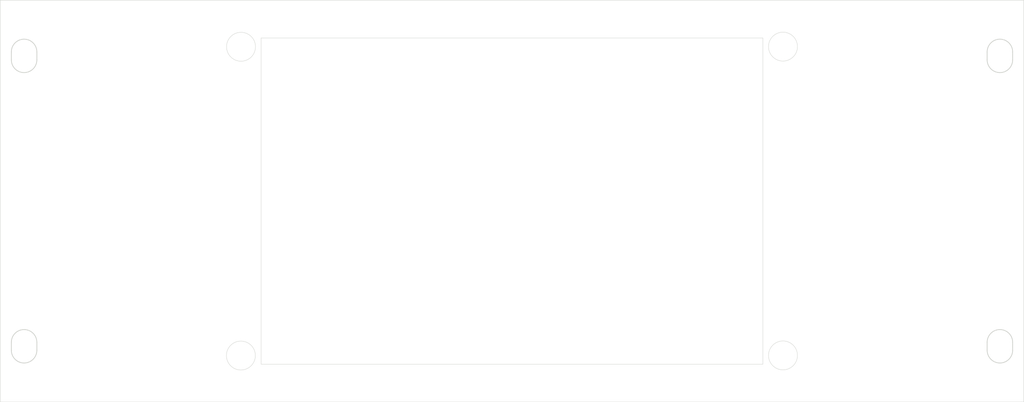
<source format=kicad_pcb>
(kicad_pcb
	(version 20240108)
	(generator "pcbnew")
	(generator_version "8.0")
	(general
		(thickness 1.6)
		(legacy_teardrops no)
	)
	(paper "A4")
	(layers
		(0 "F.Cu" signal)
		(31 "B.Cu" signal)
		(32 "B.Adhes" user "B.Adhesive")
		(33 "F.Adhes" user "F.Adhesive")
		(34 "B.Paste" user)
		(35 "F.Paste" user)
		(36 "B.SilkS" user "B.Silkscreen")
		(37 "F.SilkS" user "F.Silkscreen")
		(38 "B.Mask" user)
		(39 "F.Mask" user)
		(40 "Dwgs.User" user "User.Drawings")
		(41 "Cmts.User" user "User.Comments")
		(42 "Eco1.User" user "User.Eco1")
		(43 "Eco2.User" user "User.Eco2")
		(44 "Edge.Cuts" user)
		(45 "Margin" user)
		(46 "B.CrtYd" user "B.Courtyard")
		(47 "F.CrtYd" user "F.Courtyard")
		(48 "B.Fab" user)
		(49 "F.Fab" user)
		(50 "User.1" user)
		(51 "User.2" user)
		(52 "User.3" user)
		(53 "User.4" user)
		(54 "User.5" user)
		(55 "User.6" user)
		(56 "User.7" user)
		(57 "User.8" user)
		(58 "User.9" user)
	)
	(setup
		(pad_to_mask_clearance 0)
		(allow_soldermask_bridges_in_footprints no)
		(aux_axis_origin 50 150.5)
		(grid_origin 50 150.5)
		(pcbplotparams
			(layerselection 0x00010fc_ffffffff)
			(plot_on_all_layers_selection 0x0000000_00000000)
			(disableapertmacros no)
			(usegerberextensions no)
			(usegerberattributes yes)
			(usegerberadvancedattributes yes)
			(creategerberjobfile yes)
			(dashed_line_dash_ratio 12.000000)
			(dashed_line_gap_ratio 3.000000)
			(svgprecision 4)
			(plotframeref no)
			(viasonmask no)
			(mode 1)
			(useauxorigin no)
			(hpglpennumber 1)
			(hpglpenspeed 20)
			(hpglpendiameter 15.000000)
			(pdf_front_fp_property_popups yes)
			(pdf_back_fp_property_popups yes)
			(dxfpolygonmode yes)
			(dxfimperialunits yes)
			(dxfusepcbnewfont yes)
			(psnegative no)
			(psa4output no)
			(plotreference yes)
			(plotvalue yes)
			(plotfptext yes)
			(plotinvisibletext no)
			(sketchpadsonfab no)
			(subtractmaskfromsilk no)
			(outputformat 1)
			(mirror no)
			(drillshape 1)
			(scaleselection 1)
			(outputdirectory "")
		)
	)
	(net 0 "")
	(gr_line
		(start 173.9 144)
		(end 173.9 143)
		(stroke
			(width 0.1)
			(type default)
		)
		(layer "Edge.Cuts")
		(uuid "069b5893-e091-44b5-81f0-526d9e6d1926")
	)
	(gr_arc
		(start 51.4 106.5)
		(mid 53 104.9)
		(end 54.6 106.5)
		(stroke
			(width 0.1)
			(type default)
		)
		(layer "Edge.Cuts")
		(uuid "0a58aa1c-f1bf-4433-87dd-ba3ecaf08487")
	)
	(gr_line
		(start 177.1 143)
		(end 177.1 144)
		(stroke
			(width 0.1)
			(type default)
		)
		(layer "Edge.Cuts")
		(uuid "22b0cfdb-f1f5-48f4-bbc7-c1c9a6da0f7a")
	)
	(gr_line
		(start 54.6 143)
		(end 54.6 144)
		(stroke
			(width 0.1)
			(type default)
		)
		(layer "Edge.Cuts")
		(uuid "23a5f43b-3cfa-4758-8435-52799b86ec4f")
	)
	(gr_rect
		(start 50 100)
		(end 178.5 150.5)
		(stroke
			(width 0.05)
			(type default)
		)
		(fill none)
		(layer "Edge.Cuts")
		(uuid "3e9a4455-11bb-48e3-843f-fa2ac11d33cd")
	)
	(gr_arc
		(start 54.6 144)
		(mid 53 145.6)
		(end 51.4 144)
		(stroke
			(width 0.1)
			(type default)
		)
		(layer "Edge.Cuts")
		(uuid "4f906de7-4b29-4ecc-b1dc-693b7b52924d")
	)
	(gr_arc
		(start 177.1 107.5)
		(mid 175.5 109.1)
		(end 173.9 107.5)
		(stroke
			(width 0.1)
			(type default)
		)
		(layer "Edge.Cuts")
		(uuid "56e5076b-e313-4c8f-8207-0ae81c27588f")
	)
	(gr_rect
		(start 82.75 104.75)
		(end 145.75 145.75)
		(stroke
			(width 0.05)
			(type default)
		)
		(fill none)
		(layer "Edge.Cuts")
		(uuid "5d8720ad-55aa-40a0-8e6e-a758c8f45dda")
	)
	(gr_circle
		(center 148.267664 105.83525)
		(end 149.6 104.6)
		(stroke
			(width 0.05)
			(type default)
		)
		(fill none)
		(layer "Edge.Cuts")
		(uuid "620cb1d5-371b-45fa-8989-310915240fd6")
	)
	(gr_circle
		(center 148.267664 144.647896)
		(end 149.6 143.412646)
		(stroke
			(width 0.05)
			(type default)
		)
		(fill none)
		(layer "Edge.Cuts")
		(uuid "6cbd8320-f87d-4851-850b-fdc164652962")
	)
	(gr_line
		(start 51.4 144)
		(end 51.4 143)
		(stroke
			(width 0.1)
			(type default)
		)
		(layer "Edge.Cuts")
		(uuid "7edff6b3-07fa-4ddf-a036-a52300be1740")
	)
	(gr_line
		(start 54.6 106.5)
		(end 54.6 107.5)
		(stroke
			(width 0.1)
			(type default)
		)
		(layer "Edge.Cuts")
		(uuid "9044efc9-c35f-4f2a-b92b-3762f739ff82")
	)
	(gr_circle
		(center 80.215482 144.66475)
		(end 81.547818 143.4295)
		(stroke
			(width 0.05)
			(type default)
		)
		(fill none)
		(layer "Edge.Cuts")
		(uuid "9887b48b-1047-4106-b475-bdd6f545f280")
	)
	(gr_arc
		(start 177.1 144)
		(mid 175.5 145.6)
		(end 173.9 144)
		(stroke
			(width 0.1)
			(type default)
		)
		(layer "Edge.Cuts")
		(uuid "a4bcc953-dfaf-4448-bacf-51c865a4d1c1")
	)
	(gr_line
		(start 177.1 106.5)
		(end 177.1 107.5)
		(stroke
			(width 0.1)
			(type default)
		)
		(layer "Edge.Cuts")
		(uuid "d2026551-1445-4532-a2ae-1be15be87fbd")
	)
	(gr_arc
		(start 173.9 143)
		(mid 175.5 141.4)
		(end 177.1 143)
		(stroke
			(width 0.1)
			(type default)
		)
		(layer "Edge.Cuts")
		(uuid "d3d67539-678c-4e3c-9ae0-430319877982")
	)
	(gr_arc
		(start 54.6 107.5)
		(mid 53 109.1)
		(end 51.4 107.5)
		(stroke
			(width 0.1)
			(type default)
		)
		(layer "Edge.Cuts")
		(uuid "dec66670-f86c-492c-81fa-c55926d355b2")
	)
	(gr_line
		(start 51.4 107.5)
		(end 51.4 106.5)
		(stroke
			(width 0.1)
			(type default)
		)
		(layer "Edge.Cuts")
		(uuid "df7ac046-38a1-45c0-b5c4-95a7d7267a98")
	)
	(gr_line
		(start 173.9 107.5)
		(end 173.9 106.5)
		(stroke
			(width 0.1)
			(type default)
		)
		(layer "Edge.Cuts")
		(uuid "e1ad1230-e540-481c-a634-14e4c4ed25f4")
	)
	(gr_arc
		(start 173.9 106.5)
		(mid 175.5 104.9)
		(end 177.1 106.5)
		(stroke
			(width 0.1)
			(type default)
		)
		(layer "Edge.Cuts")
		(uuid "e4f811c3-4d53-4ff4-8ae7-2739bcca4caa")
	)
	(gr_circle
		(center 80.232336 105.852104)
		(end 81.564672 104.616854)
		(stroke
			(width 0.05)
			(type default)
		)
		(fill none)
		(layer "Edge.Cuts")
		(uuid "eda79755-6af0-4336-bac9-fde5741a4605")
	)
	(gr_arc
		(start 51.4 143)
		(mid 53 141.4)
		(end 54.6 143)
		(stroke
			(width 0.1)
			(type default)
		)
		(layer "Edge.Cuts")
		(uuid "f6e04631-f1c0-48f5-9a8c-f25db6449214")
	)
)

</source>
